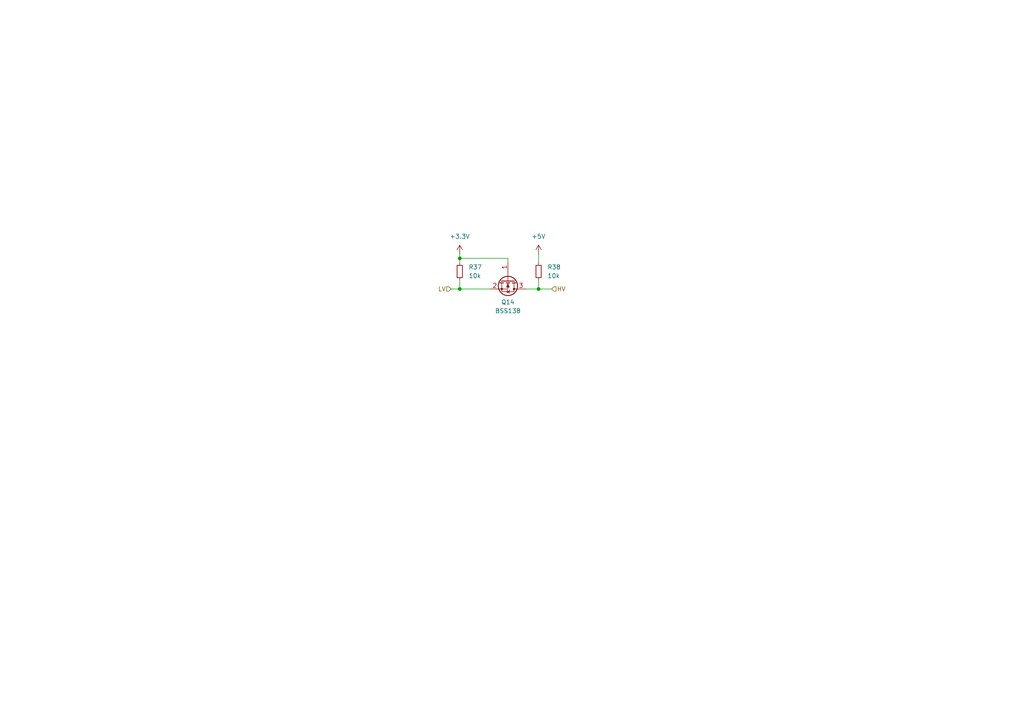
<source format=kicad_sch>
(kicad_sch (version 20231120) (generator "eeschema") (generator_version "8.0")
  (paper "A4")
  (lib_symbols
    (symbol "Device:R_Small" (pin_numbers hide) (pin_names (offset 0.254) hide)
      (property "Reference" "R" (at 0.762 0.508 0))
      (property "Value" "R_Small" (at 0.762 -1.016 0))
      (symbol "R_Small_0_1"
        (rectangle (start -0.762 1.778) (end 0.762 -1.778) (stroke (width 0.2032)))
      )
      (symbol "R_Small_1_1"
        (pin passive line (at 0 2.54 270) (length 0.762) (name "~") (number "1"))
        (pin passive line (at 0 -2.54 90) (length 0.762) (name "~") (number "2"))
      )
    )
    (symbol "Transistor_FET:BSS138" (pin_names hide)
      (property "Reference" "Q" (at 5.08 1.905 0))
      (property "Value" "BSS138" (at 5.08 0 0))
      (symbol "BSS138_0_1"
        (polyline (pts (xy 0.254 0) (xy -2.54 0)))
        (polyline (pts (xy 0.254 1.905) (xy 0.254 -1.905)) (stroke (width 0.254)))
        (polyline (pts (xy 0.762 -1.27) (xy 0.762 -2.286)) (stroke (width 0.254)))
        (polyline (pts (xy 0.762 0.508) (xy 0.762 -0.508)) (stroke (width 0.254)))
        (polyline (pts (xy 0.762 2.286) (xy 0.762 1.27)) (stroke (width 0.254)))
        (polyline (pts (xy 2.54 2.54) (xy 2.54 1.778)))
        (polyline (pts (xy 2.54 -2.54) (xy 2.54 0) (xy 0.762 0)))
        (polyline (pts (xy 0.762 -1.778) (xy 3.302 -1.778) (xy 3.302 1.778) (xy 0.762 1.778)))
        (polyline (pts (xy 1.016 0) (xy 2.032 0.381) (xy 2.032 -0.381) (xy 1.016 0)) (fill (type outline)))
        (polyline (pts (xy 2.794 0.508) (xy 2.921 0.381) (xy 3.683 0.381) (xy 3.81 0.254)))
        (polyline (pts (xy 3.302 0.381) (xy 2.921 -0.254) (xy 3.683 -0.254) (xy 3.302 0.381)))
        (circle (center 1.651 0) (radius 2.794) (stroke (width 0.254)))
        (circle (center 2.54 -1.778) (radius 0.254) (fill (type outline)))
        (circle (center 2.54 1.778) (radius 0.254) (fill (type outline)))
      )
      (symbol "BSS138_1_1"
        (pin input line (at -5.08 0 0) (length 2.54) (name "G") (number "1"))
        (pin passive line (at 2.54 -5.08 90) (length 2.54) (name "S") (number "2"))
        (pin passive line (at 2.54 5.08 270) (length 2.54) (name "D") (number "3"))
      )
    )
    (symbol "power:+3.3V" (power) (pin_numbers hide) (pin_names (offset 0) hide)
      (property "Value" "+3.3V" (at 0 3.556 0))
      (symbol "+3.3V_0_1"
        (polyline (pts (xy -0.762 1.27) (xy 0 2.54)))
        (polyline (pts (xy 0 0) (xy 0 2.54)))
        (polyline (pts (xy 0 2.54) (xy 0.762 1.27)))
      )
      (symbol "+3.3V_1_1"
        (pin power_in line (at 0 0 90) (length 0) (name "~") (number "1"))
      )
    )
    (symbol "power:+5V" (power) (pin_numbers hide) (pin_names (offset 0) hide)
      (property "Value" "+5V" (at 0 3.556 0))
      (symbol "+5V_0_1"
        (polyline (pts (xy -0.762 1.27) (xy 0 2.54)))
        (polyline (pts (xy 0 0) (xy 0 2.54)))
        (polyline (pts (xy 0 2.54) (xy 0.762 1.27)))
      )
      (symbol "+5V_1_1"
        (pin power_in line (at 0 0 90) (length 0) (name "~") (number "1"))
      )
    )
  )
  (junction (at 133.35 74.93))
  (junction (at 133.35 83.82))
  (junction (at 156.21 83.82))
  (wire (pts (xy 156.21 73.66) (xy 156.21 76.2)))
  (wire (pts (xy 133.35 83.82) (xy 133.35 81.28)))
  (wire (pts (xy 133.35 73.66) (xy 133.35 74.93)))
  (wire (pts (xy 147.32 76.2) (xy 147.32 74.93)))
  (wire (pts (xy 133.35 74.93) (xy 133.35 76.2)))
  (wire (pts (xy 152.4 83.82) (xy 156.21 83.82)))
  (wire (pts (xy 142.24 83.82) (xy 133.35 83.82)))
  (wire (pts (xy 156.21 83.82) (xy 160.02 83.82)))
  (wire (pts (xy 147.32 74.93) (xy 133.35 74.93)))
  (wire (pts (xy 156.21 83.82) (xy 156.21 81.28)))
  (wire (pts (xy 130.81 83.82) (xy 133.35 83.82)))
  (hierarchical_label "HV" (shape input) (at 160.02 83.82 0))
  (hierarchical_label "LV" (shape input) (at 130.81 83.82 180))
  (symbol (lib_id "power:+5V") (at 156.21 73.66 0) (unit 1)
    (property "Reference" "#PWR021" (effects (hide yes)))
    (property "Value" "+5V" (at 156.21 68.58 0))
    (property "Description" "Power symbol creates a global label with name \"+5V\"" (effects (hide yes)))
    (instances (project "ControlleursAsserv" (path "" (reference "#PWR021") (unit 1)) (path "" (reference "#PWR024") (unit 1)) (path "" (reference "#PWR0101") (unit 1)) (path "" (reference "#PWR051") (unit 1)) (path "" (reference "#PWR053") (unit 1)) (path "" (reference "#PWR068") (unit 1)) (path "" (reference "#PWR066") (unit 1)) (path "" (reference "#PWR064") (unit 1)) (path "" (reference "#PWR078") (unit 1)) (path "" (reference "#PWR076") (unit 1)) (path "" (reference "#PWR080") (unit 1)) (path "" (reference "#PWR088") (unit 1)) (path "" (reference "#PWR092") (unit 1)) (path "" (reference "#PWR090") (unit 1))))
  )
  (symbol (lib_id "Device:R_Small") (at 156.21 78.74 0) (unit 1)
    (property "Reference" "R38" (at 158.75 77.47 0) (effects (justify left)))
    (property "Value" "10k" (at 158.75 80.01 0) (effects (justify left)))
    (property "Footprint" "Resistor_SMD:R_0805_2012Metric_Pad1.20x1.40mm_HandSolder" (effects (hide yes)))
    (property "Description" "Resistor, small symbol" (effects (hide yes)))
    (property "LCSC Part" "C17414" (effects (hide yes)))
    (instances (project "ControlleursAsserv" (path "" (reference "R38") (unit 1)) (path "" (reference "R5") (unit 1)) (path "" (reference "R3") (unit 1)) (path "" (reference "R12") (unit 1)) (path "" (reference "R14") (unit 1)) (path "" (reference "R22") (unit 1)) (path "" (reference "R20") (unit 1)) (path "" (reference "R18") (unit 1)) (path "" (reference "R27") (unit 1)) (path "" (reference "R25") (unit 1)) (path "" (reference "R29") (unit 1)) (path "" (reference "R32") (unit 1)) (path "" (reference "R36") (unit 1)) (path "" (reference "R34") (unit 1))))
  )
  (symbol (lib_id "Transistor_FET:BSS138") (at 147.32 81.28 270) (unit 1)
    (property "Reference" "Q14" (at 147.32 87.63 90))
    (property "Value" "BSS138" (at 147.32 90.17 90))
    (property "Footprint" "Package_TO_SOT_SMD:SOT-23" (effects (hide yes)))
    (property "Datasheet" "https://www.onsemi.com/pub/Collateral/BSS138-D.PDF" (effects (hide yes)))
    (property "Description" "50V Vds, 0.22A Id, N-Channel MOSFET, SOT-23" (effects (hide yes)))
    (property "LCSC Part" "C426569" (effects (hide yes)))
    (instances (project "ControlleursAsserv" (path "" (reference "Q14") (unit 1)) (path "" (reference "Q2") (unit 1)) (path "" (reference "Q1") (unit 1)) (path "" (reference "Q3") (unit 1)) (path "" (reference "Q4") (unit 1)) (path "" (reference "Q7") (unit 1)) (path "" (reference "Q6") (unit 1)) (path "" (reference "Q5") (unit 1)) (path "" (reference "Q9") (unit 1)) (path "" (reference "Q8") (unit 1)) (path "" (reference "Q10") (unit 1)) (path "" (reference "Q11") (unit 1)) (path "" (reference "Q13") (unit 1)) (path "" (reference "Q12") (unit 1))))
  )
  (symbol (lib_id "Device:R_Small") (at 133.35 78.74 0) (unit 1)
    (property "Reference" "R37" (at 135.89 77.47 0) (effects (justify left)))
    (property "Value" "10k" (at 135.89 80.01 0) (effects (justify left)))
    (property "Footprint" "Resistor_SMD:R_0805_2012Metric_Pad1.20x1.40mm_HandSolder" (effects (hide yes)))
    (property "Description" "Resistor, small symbol" (effects (hide yes)))
    (property "LCSC Part" "C17414" (effects (hide yes)))
    (instances (project "ControlleursAsserv" (path "" (reference "R37") (unit 1)) (path "" (reference "R4") (unit 1)) (path "" (reference "R2") (unit 1)) (path "" (reference "R11") (unit 1)) (path "" (reference "R13") (unit 1)) (path "" (reference "R21") (unit 1)) (path "" (reference "R19") (unit 1)) (path "" (reference "R17") (unit 1)) (path "" (reference "R26") (unit 1)) (path "" (reference "R24") (unit 1)) (path "" (reference "R28") (unit 1)) (path "" (reference "R31") (unit 1)) (path "" (reference "R35") (unit 1)) (path "" (reference "R33") (unit 1))))
  )
  (symbol (lib_id "power:+3.3V") (at 133.35 73.66 0) (unit 1)
    (property "Reference" "#PWR022" (effects (hide yes)))
    (property "Value" "+3.3V" (at 133.35 68.58 0))
    (property "Description" "Power symbol creates a global label with name \"+3.3V\"" (effects (hide yes)))
    (instances (project "ControlleursAsserv" (path "" (reference "#PWR022") (unit 1)) (path "" (reference "#PWR023") (unit 1)) (path "" (reference "#PWR0102") (unit 1)) (path "" (reference "#PWR050") (unit 1)) (path "" (reference "#PWR052") (unit 1)) (path "" (reference "#PWR067") (unit 1)) (path "" (reference "#PWR065") (unit 1)) (path "" (reference "#PWR063") (unit 1)) (path "" (reference "#PWR077") (unit 1)) (path "" (reference "#PWR075") (unit 1)) (path "" (reference "#PWR079") (unit 1)) (path "" (reference "#PWR087") (unit 1)) (path "" (reference "#PWR091") (unit 1)) (path "" (reference "#PWR089") (unit 1))))
  )
)
</source>
